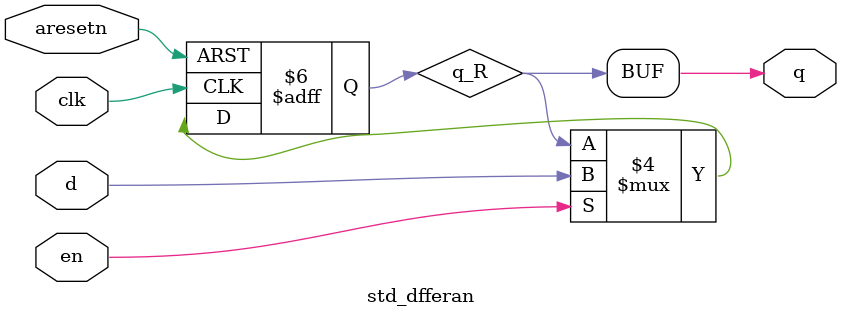
<source format=v>

module std_dfferan #(
    parameter                       DFF_WIDTH           = 1,
    parameter [DFF_WIDTH - 1:0]     DFF_RESET_VALUE     = 'b0
) (
    input   wire                        clk,
    input   wire                        aresetn,
    input   wire                        en,

    input   wire [DFF_WIDTH - 1:0]      d,
    output  wire [DFF_WIDTH - 1:0]      q
);

    reg  [DFF_WIDTH - 1:0]  q_R;

    always @(posedge clk or negedge aresetn) begin
        
        if (~aresetn) begin
            q_R <= DFF_RESET_VALUE;
        end
        else if (en) begin
            q_R <= d;
        end
        else begin
            q_R <= q_R;
        end
    end

    assign q = q_R;

endmodule

</source>
